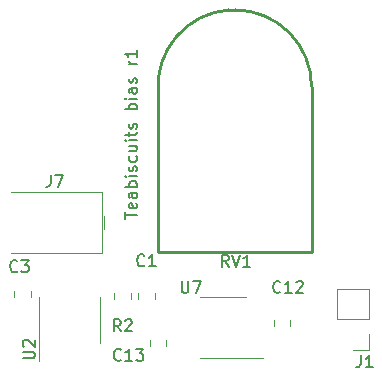
<source format=gto>
G04 #@! TF.GenerationSoftware,KiCad,Pcbnew,(5.1.6-0-10_14)*
G04 #@! TF.CreationDate,2020-10-13T19:53:42+09:00*
G04 #@! TF.ProjectId,teabiscuits_compute,74656162-6973-4637-9569-74735f636f6d,rev?*
G04 #@! TF.SameCoordinates,Original*
G04 #@! TF.FileFunction,Legend,Top*
G04 #@! TF.FilePolarity,Positive*
%FSLAX46Y46*%
G04 Gerber Fmt 4.6, Leading zero omitted, Abs format (unit mm)*
G04 Created by KiCad (PCBNEW (5.1.6-0-10_14)) date 2020-10-13 19:53:42*
%MOMM*%
%LPD*%
G01*
G04 APERTURE LIST*
%ADD10C,0.150000*%
%ADD11C,0.250000*%
%ADD12C,0.120000*%
G04 APERTURE END LIST*
D10*
X147202380Y-164416666D02*
X147202380Y-163845238D01*
X148202380Y-164130952D02*
X147202380Y-164130952D01*
X148154761Y-163130952D02*
X148202380Y-163226190D01*
X148202380Y-163416666D01*
X148154761Y-163511904D01*
X148059523Y-163559523D01*
X147678571Y-163559523D01*
X147583333Y-163511904D01*
X147535714Y-163416666D01*
X147535714Y-163226190D01*
X147583333Y-163130952D01*
X147678571Y-163083333D01*
X147773809Y-163083333D01*
X147869047Y-163559523D01*
X148202380Y-162226190D02*
X147678571Y-162226190D01*
X147583333Y-162273809D01*
X147535714Y-162369047D01*
X147535714Y-162559523D01*
X147583333Y-162654761D01*
X148154761Y-162226190D02*
X148202380Y-162321428D01*
X148202380Y-162559523D01*
X148154761Y-162654761D01*
X148059523Y-162702380D01*
X147964285Y-162702380D01*
X147869047Y-162654761D01*
X147821428Y-162559523D01*
X147821428Y-162321428D01*
X147773809Y-162226190D01*
X148202380Y-161750000D02*
X147202380Y-161750000D01*
X147583333Y-161750000D02*
X147535714Y-161654761D01*
X147535714Y-161464285D01*
X147583333Y-161369047D01*
X147630952Y-161321428D01*
X147726190Y-161273809D01*
X148011904Y-161273809D01*
X148107142Y-161321428D01*
X148154761Y-161369047D01*
X148202380Y-161464285D01*
X148202380Y-161654761D01*
X148154761Y-161750000D01*
X148202380Y-160845238D02*
X147535714Y-160845238D01*
X147202380Y-160845238D02*
X147250000Y-160892857D01*
X147297619Y-160845238D01*
X147250000Y-160797619D01*
X147202380Y-160845238D01*
X147297619Y-160845238D01*
X148154761Y-160416666D02*
X148202380Y-160321428D01*
X148202380Y-160130952D01*
X148154761Y-160035714D01*
X148059523Y-159988095D01*
X148011904Y-159988095D01*
X147916666Y-160035714D01*
X147869047Y-160130952D01*
X147869047Y-160273809D01*
X147821428Y-160369047D01*
X147726190Y-160416666D01*
X147678571Y-160416666D01*
X147583333Y-160369047D01*
X147535714Y-160273809D01*
X147535714Y-160130952D01*
X147583333Y-160035714D01*
X148154761Y-159130952D02*
X148202380Y-159226190D01*
X148202380Y-159416666D01*
X148154761Y-159511904D01*
X148107142Y-159559523D01*
X148011904Y-159607142D01*
X147726190Y-159607142D01*
X147630952Y-159559523D01*
X147583333Y-159511904D01*
X147535714Y-159416666D01*
X147535714Y-159226190D01*
X147583333Y-159130952D01*
X147535714Y-158273809D02*
X148202380Y-158273809D01*
X147535714Y-158702380D02*
X148059523Y-158702380D01*
X148154761Y-158654761D01*
X148202380Y-158559523D01*
X148202380Y-158416666D01*
X148154761Y-158321428D01*
X148107142Y-158273809D01*
X148202380Y-157797619D02*
X147535714Y-157797619D01*
X147202380Y-157797619D02*
X147250000Y-157845238D01*
X147297619Y-157797619D01*
X147250000Y-157750000D01*
X147202380Y-157797619D01*
X147297619Y-157797619D01*
X147535714Y-157464285D02*
X147535714Y-157083333D01*
X147202380Y-157321428D02*
X148059523Y-157321428D01*
X148154761Y-157273809D01*
X148202380Y-157178571D01*
X148202380Y-157083333D01*
X148154761Y-156797619D02*
X148202380Y-156702380D01*
X148202380Y-156511904D01*
X148154761Y-156416666D01*
X148059523Y-156369047D01*
X148011904Y-156369047D01*
X147916666Y-156416666D01*
X147869047Y-156511904D01*
X147869047Y-156654761D01*
X147821428Y-156750000D01*
X147726190Y-156797619D01*
X147678571Y-156797619D01*
X147583333Y-156750000D01*
X147535714Y-156654761D01*
X147535714Y-156511904D01*
X147583333Y-156416666D01*
X148202380Y-155178571D02*
X147202380Y-155178571D01*
X147583333Y-155178571D02*
X147535714Y-155083333D01*
X147535714Y-154892857D01*
X147583333Y-154797619D01*
X147630952Y-154750000D01*
X147726190Y-154702380D01*
X148011904Y-154702380D01*
X148107142Y-154750000D01*
X148154761Y-154797619D01*
X148202380Y-154892857D01*
X148202380Y-155083333D01*
X148154761Y-155178571D01*
X148202380Y-154273809D02*
X147535714Y-154273809D01*
X147202380Y-154273809D02*
X147250000Y-154321428D01*
X147297619Y-154273809D01*
X147250000Y-154226190D01*
X147202380Y-154273809D01*
X147297619Y-154273809D01*
X148202380Y-153369047D02*
X147678571Y-153369047D01*
X147583333Y-153416666D01*
X147535714Y-153511904D01*
X147535714Y-153702380D01*
X147583333Y-153797619D01*
X148154761Y-153369047D02*
X148202380Y-153464285D01*
X148202380Y-153702380D01*
X148154761Y-153797619D01*
X148059523Y-153845238D01*
X147964285Y-153845238D01*
X147869047Y-153797619D01*
X147821428Y-153702380D01*
X147821428Y-153464285D01*
X147773809Y-153369047D01*
X148154761Y-152940476D02*
X148202380Y-152845238D01*
X148202380Y-152654761D01*
X148154761Y-152559523D01*
X148059523Y-152511904D01*
X148011904Y-152511904D01*
X147916666Y-152559523D01*
X147869047Y-152654761D01*
X147869047Y-152797619D01*
X147821428Y-152892857D01*
X147726190Y-152940476D01*
X147678571Y-152940476D01*
X147583333Y-152892857D01*
X147535714Y-152797619D01*
X147535714Y-152654761D01*
X147583333Y-152559523D01*
X148202380Y-151321428D02*
X147535714Y-151321428D01*
X147726190Y-151321428D02*
X147630952Y-151273809D01*
X147583333Y-151226190D01*
X147535714Y-151130952D01*
X147535714Y-151035714D01*
X148202380Y-150178571D02*
X148202380Y-150750000D01*
X148202380Y-150464285D02*
X147202380Y-150464285D01*
X147345238Y-150559523D01*
X147440476Y-150654761D01*
X147488095Y-150750000D01*
D11*
X163000000Y-153250000D02*
G75*
G03*
X156500000Y-146750000I-6500000J0D01*
G01*
X156000000Y-146750000D02*
G75*
G03*
X150000000Y-153750000I500000J-6500000D01*
G01*
X163000000Y-167250000D02*
X163000000Y-153250000D01*
X150000000Y-167250000D02*
X163000000Y-167250000D01*
X150000000Y-167250000D02*
X150000000Y-153750000D01*
X156000000Y-146750000D02*
X156500000Y-146750000D01*
D12*
X155475000Y-171075000D02*
X153525000Y-171075000D01*
X155475000Y-171075000D02*
X157425000Y-171075000D01*
X155475000Y-176195000D02*
X153525000Y-176195000D01*
X155475000Y-176195000D02*
X158925000Y-176195000D01*
X145060000Y-173000000D02*
X145060000Y-171050000D01*
X145060000Y-173000000D02*
X145060000Y-174950000D01*
X139940000Y-173000000D02*
X139940000Y-171050000D01*
X139940000Y-173000000D02*
X139940000Y-176450000D01*
X146290000Y-171196078D02*
X146290000Y-170678922D01*
X147710000Y-171196078D02*
X147710000Y-170678922D01*
X137560000Y-162190000D02*
X145260000Y-162190000D01*
X145260000Y-167310000D02*
X145260000Y-162190000D01*
X137560000Y-167310000D02*
X145260000Y-167310000D01*
X145460000Y-164200000D02*
X145460000Y-165300000D01*
X167830000Y-170340000D02*
X165170000Y-170340000D01*
X167830000Y-172940000D02*
X167830000Y-170340000D01*
X165170000Y-172940000D02*
X165170000Y-170340000D01*
X167830000Y-172940000D02*
X165170000Y-172940000D01*
X167830000Y-174210000D02*
X167830000Y-175540000D01*
X167830000Y-175540000D02*
X166500000Y-175540000D01*
X150710000Y-174678922D02*
X150710000Y-175196078D01*
X149290000Y-174678922D02*
X149290000Y-175196078D01*
X159790000Y-173508578D02*
X159790000Y-172991422D01*
X161210000Y-173508578D02*
X161210000Y-172991422D01*
X139210000Y-170553922D02*
X139210000Y-171071078D01*
X137790000Y-170553922D02*
X137790000Y-171071078D01*
X148290000Y-171196078D02*
X148290000Y-170678922D01*
X149710000Y-171196078D02*
X149710000Y-170678922D01*
D10*
X155984761Y-168488380D02*
X155651428Y-168012190D01*
X155413333Y-168488380D02*
X155413333Y-167488380D01*
X155794285Y-167488380D01*
X155889523Y-167536000D01*
X155937142Y-167583619D01*
X155984761Y-167678857D01*
X155984761Y-167821714D01*
X155937142Y-167916952D01*
X155889523Y-167964571D01*
X155794285Y-168012190D01*
X155413333Y-168012190D01*
X156270476Y-167488380D02*
X156603809Y-168488380D01*
X156937142Y-167488380D01*
X157794285Y-168488380D02*
X157222857Y-168488380D01*
X157508571Y-168488380D02*
X157508571Y-167488380D01*
X157413333Y-167631238D01*
X157318095Y-167726476D01*
X157222857Y-167774095D01*
X151988095Y-169702380D02*
X151988095Y-170511904D01*
X152035714Y-170607142D01*
X152083333Y-170654761D01*
X152178571Y-170702380D01*
X152369047Y-170702380D01*
X152464285Y-170654761D01*
X152511904Y-170607142D01*
X152559523Y-170511904D01*
X152559523Y-169702380D01*
X152940476Y-169702380D02*
X153607142Y-169702380D01*
X153178571Y-170702380D01*
X138552380Y-176261904D02*
X139361904Y-176261904D01*
X139457142Y-176214285D01*
X139504761Y-176166666D01*
X139552380Y-176071428D01*
X139552380Y-175880952D01*
X139504761Y-175785714D01*
X139457142Y-175738095D01*
X139361904Y-175690476D01*
X138552380Y-175690476D01*
X138647619Y-175261904D02*
X138600000Y-175214285D01*
X138552380Y-175119047D01*
X138552380Y-174880952D01*
X138600000Y-174785714D01*
X138647619Y-174738095D01*
X138742857Y-174690476D01*
X138838095Y-174690476D01*
X138980952Y-174738095D01*
X139552380Y-175309523D01*
X139552380Y-174690476D01*
X146833333Y-173952380D02*
X146500000Y-173476190D01*
X146261904Y-173952380D02*
X146261904Y-172952380D01*
X146642857Y-172952380D01*
X146738095Y-173000000D01*
X146785714Y-173047619D01*
X146833333Y-173142857D01*
X146833333Y-173285714D01*
X146785714Y-173380952D01*
X146738095Y-173428571D01*
X146642857Y-173476190D01*
X146261904Y-173476190D01*
X147214285Y-173047619D02*
X147261904Y-173000000D01*
X147357142Y-172952380D01*
X147595238Y-172952380D01*
X147690476Y-173000000D01*
X147738095Y-173047619D01*
X147785714Y-173142857D01*
X147785714Y-173238095D01*
X147738095Y-173380952D01*
X147166666Y-173952380D01*
X147785714Y-173952380D01*
X140916666Y-160702380D02*
X140916666Y-161416666D01*
X140869047Y-161559523D01*
X140773809Y-161654761D01*
X140630952Y-161702380D01*
X140535714Y-161702380D01*
X141297619Y-160702380D02*
X141964285Y-160702380D01*
X141535714Y-161702380D01*
X167166666Y-175992380D02*
X167166666Y-176706666D01*
X167119047Y-176849523D01*
X167023809Y-176944761D01*
X166880952Y-176992380D01*
X166785714Y-176992380D01*
X168166666Y-176992380D02*
X167595238Y-176992380D01*
X167880952Y-176992380D02*
X167880952Y-175992380D01*
X167785714Y-176135238D01*
X167690476Y-176230476D01*
X167595238Y-176278095D01*
X146857142Y-176357142D02*
X146809523Y-176404761D01*
X146666666Y-176452380D01*
X146571428Y-176452380D01*
X146428571Y-176404761D01*
X146333333Y-176309523D01*
X146285714Y-176214285D01*
X146238095Y-176023809D01*
X146238095Y-175880952D01*
X146285714Y-175690476D01*
X146333333Y-175595238D01*
X146428571Y-175500000D01*
X146571428Y-175452380D01*
X146666666Y-175452380D01*
X146809523Y-175500000D01*
X146857142Y-175547619D01*
X147809523Y-176452380D02*
X147238095Y-176452380D01*
X147523809Y-176452380D02*
X147523809Y-175452380D01*
X147428571Y-175595238D01*
X147333333Y-175690476D01*
X147238095Y-175738095D01*
X148142857Y-175452380D02*
X148761904Y-175452380D01*
X148428571Y-175833333D01*
X148571428Y-175833333D01*
X148666666Y-175880952D01*
X148714285Y-175928571D01*
X148761904Y-176023809D01*
X148761904Y-176261904D01*
X148714285Y-176357142D01*
X148666666Y-176404761D01*
X148571428Y-176452380D01*
X148285714Y-176452380D01*
X148190476Y-176404761D01*
X148142857Y-176357142D01*
X160357142Y-170607142D02*
X160309523Y-170654761D01*
X160166666Y-170702380D01*
X160071428Y-170702380D01*
X159928571Y-170654761D01*
X159833333Y-170559523D01*
X159785714Y-170464285D01*
X159738095Y-170273809D01*
X159738095Y-170130952D01*
X159785714Y-169940476D01*
X159833333Y-169845238D01*
X159928571Y-169750000D01*
X160071428Y-169702380D01*
X160166666Y-169702380D01*
X160309523Y-169750000D01*
X160357142Y-169797619D01*
X161309523Y-170702380D02*
X160738095Y-170702380D01*
X161023809Y-170702380D02*
X161023809Y-169702380D01*
X160928571Y-169845238D01*
X160833333Y-169940476D01*
X160738095Y-169988095D01*
X161690476Y-169797619D02*
X161738095Y-169750000D01*
X161833333Y-169702380D01*
X162071428Y-169702380D01*
X162166666Y-169750000D01*
X162214285Y-169797619D01*
X162261904Y-169892857D01*
X162261904Y-169988095D01*
X162214285Y-170130952D01*
X161642857Y-170702380D01*
X162261904Y-170702380D01*
X138083333Y-168857142D02*
X138035714Y-168904761D01*
X137892857Y-168952380D01*
X137797619Y-168952380D01*
X137654761Y-168904761D01*
X137559523Y-168809523D01*
X137511904Y-168714285D01*
X137464285Y-168523809D01*
X137464285Y-168380952D01*
X137511904Y-168190476D01*
X137559523Y-168095238D01*
X137654761Y-168000000D01*
X137797619Y-167952380D01*
X137892857Y-167952380D01*
X138035714Y-168000000D01*
X138083333Y-168047619D01*
X138416666Y-167952380D02*
X139035714Y-167952380D01*
X138702380Y-168333333D01*
X138845238Y-168333333D01*
X138940476Y-168380952D01*
X138988095Y-168428571D01*
X139035714Y-168523809D01*
X139035714Y-168761904D01*
X138988095Y-168857142D01*
X138940476Y-168904761D01*
X138845238Y-168952380D01*
X138559523Y-168952380D01*
X138464285Y-168904761D01*
X138416666Y-168857142D01*
X148833333Y-168357142D02*
X148785714Y-168404761D01*
X148642857Y-168452380D01*
X148547619Y-168452380D01*
X148404761Y-168404761D01*
X148309523Y-168309523D01*
X148261904Y-168214285D01*
X148214285Y-168023809D01*
X148214285Y-167880952D01*
X148261904Y-167690476D01*
X148309523Y-167595238D01*
X148404761Y-167500000D01*
X148547619Y-167452380D01*
X148642857Y-167452380D01*
X148785714Y-167500000D01*
X148833333Y-167547619D01*
X149785714Y-168452380D02*
X149214285Y-168452380D01*
X149500000Y-168452380D02*
X149500000Y-167452380D01*
X149404761Y-167595238D01*
X149309523Y-167690476D01*
X149214285Y-167738095D01*
M02*

</source>
